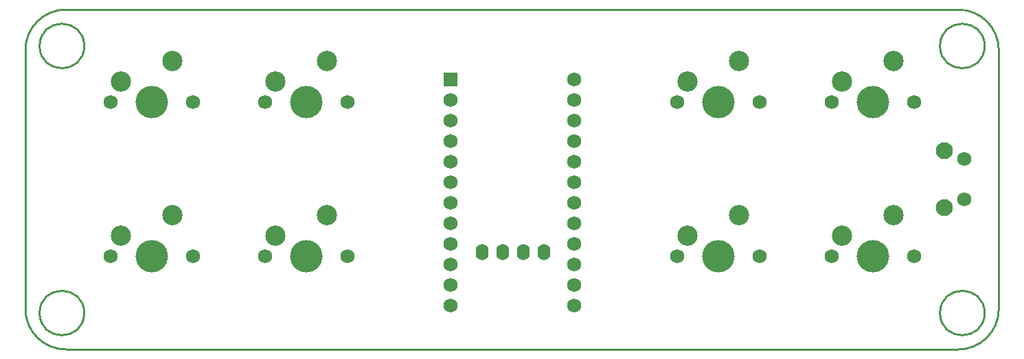
<source format=gbr>
%TF.GenerationSoftware,KiCad,Pcbnew,(6.0.0)*%
%TF.CreationDate,2022-03-13T18:47:54+01:00*%
%TF.ProjectId,TurtlePad,54757274-6c65-4506-9164-2e6b69636164,rev?*%
%TF.SameCoordinates,Original*%
%TF.FileFunction,Soldermask,Top*%
%TF.FilePolarity,Negative*%
%FSLAX46Y46*%
G04 Gerber Fmt 4.6, Leading zero omitted, Abs format (unit mm)*
G04 Created by KiCad (PCBNEW (6.0.0)) date 2022-03-13 18:47:54*
%MOMM*%
%LPD*%
G01*
G04 APERTURE LIST*
%TA.AperFunction,Profile*%
%ADD10C,0.250000*%
%TD*%
%ADD11C,1.750000*%
%ADD12C,4.000000*%
%ADD13C,2.500000*%
%ADD14O,1.600000X2.000000*%
%ADD15C,2.100000*%
%ADD16R,1.752600X1.752600*%
%ADD17C,1.752600*%
G04 APERTURE END LIST*
D10*
X98598750Y-79243439D02*
G75*
G03*
X93598750Y-84243439I0J-5000000D01*
G01*
X208598750Y-79243439D02*
X98598750Y-79243439D01*
X98598750Y-121243439D02*
X208598750Y-121243439D01*
X208598750Y-121243439D02*
G75*
G03*
X213598750Y-116243439I0J5000000D01*
G01*
X213598750Y-84243439D02*
G75*
G03*
X208598750Y-79243439I-5000000J0D01*
G01*
X100848750Y-116743439D02*
G75*
G03*
X100848750Y-116743439I-2750000J0D01*
G01*
X211848750Y-83743439D02*
G75*
G03*
X211848750Y-83743439I-2750000J0D01*
G01*
X211848750Y-116743439D02*
G75*
G03*
X211848750Y-116743439I-2750000J0D01*
G01*
X93598750Y-116243439D02*
G75*
G03*
X98598750Y-121243439I5000000J0D01*
G01*
X93598750Y-84243439D02*
X93598750Y-116243439D01*
X100848750Y-83743439D02*
G75*
G03*
X100848750Y-83743439I-2750000J0D01*
G01*
X213598750Y-116243439D02*
X213598750Y-84243439D01*
D11*
%TO.C,MX8*%
X192972811Y-109763439D03*
D12*
X198052811Y-109763439D03*
D11*
X203132811Y-109763439D03*
D13*
X194242811Y-107223439D03*
X200592811Y-104683439D03*
%TD*%
D14*
%TO.C,OL1*%
X157522811Y-109250939D03*
X154982811Y-109250939D03*
X152442811Y-109250939D03*
X149902811Y-109250939D03*
%TD*%
D11*
%TO.C,MX5*%
X104072811Y-109763439D03*
X114232811Y-109763439D03*
D12*
X109152811Y-109763439D03*
D13*
X105342811Y-107223439D03*
X111692811Y-104683439D03*
%TD*%
D11*
%TO.C,MX6*%
X123122811Y-109763439D03*
X133282811Y-109763439D03*
D12*
X128202811Y-109763439D03*
D13*
X124392811Y-107223439D03*
X130742811Y-104683439D03*
%TD*%
D15*
%TO.C,SW1*%
X206876250Y-103728439D03*
X206876250Y-96718439D03*
D11*
X209366250Y-97718439D03*
X209366250Y-102718439D03*
%TD*%
D12*
%TO.C,MX3*%
X179002811Y-90713439D03*
D11*
X184082811Y-90713439D03*
X173922811Y-90713439D03*
D13*
X175192811Y-88173439D03*
X181542811Y-85633439D03*
%TD*%
D12*
%TO.C,MX7*%
X179002811Y-109763439D03*
D11*
X173922811Y-109763439D03*
X184082811Y-109763439D03*
D13*
X175192811Y-107223439D03*
X181542811Y-104683439D03*
%TD*%
D11*
%TO.C,MX2*%
X133282811Y-90713439D03*
D12*
X128202811Y-90713439D03*
D11*
X123122811Y-90713439D03*
D13*
X124392811Y-88173439D03*
X130742811Y-85633439D03*
%TD*%
D12*
%TO.C,MX1*%
X109152811Y-90713439D03*
D11*
X114232811Y-90713439D03*
X104072811Y-90713439D03*
D13*
X105342811Y-88173439D03*
X111692811Y-85633439D03*
%TD*%
D16*
%TO.C,U1*%
X145982811Y-87855939D03*
D17*
X145982811Y-90395939D03*
X145982811Y-92935939D03*
X145982811Y-95475939D03*
X145982811Y-98015939D03*
X145982811Y-100555939D03*
X145982811Y-103095939D03*
X145982811Y-105635939D03*
X145982811Y-108175939D03*
X145982811Y-110715939D03*
X145982811Y-113255939D03*
X145982811Y-115795939D03*
X161222811Y-115795939D03*
X161222811Y-113255939D03*
X161222811Y-110715939D03*
X161222811Y-108175939D03*
X161222811Y-105635939D03*
X161222811Y-103095939D03*
X161222811Y-100555939D03*
X161222811Y-98015939D03*
X161222811Y-95475939D03*
X161222811Y-92935939D03*
X161222811Y-90395939D03*
X161222811Y-87855939D03*
%TD*%
D11*
%TO.C,MX4*%
X192972811Y-90713439D03*
X203132811Y-90713439D03*
D12*
X198052811Y-90713439D03*
D13*
X194242811Y-88173439D03*
X200592811Y-85633439D03*
%TD*%
M02*

</source>
